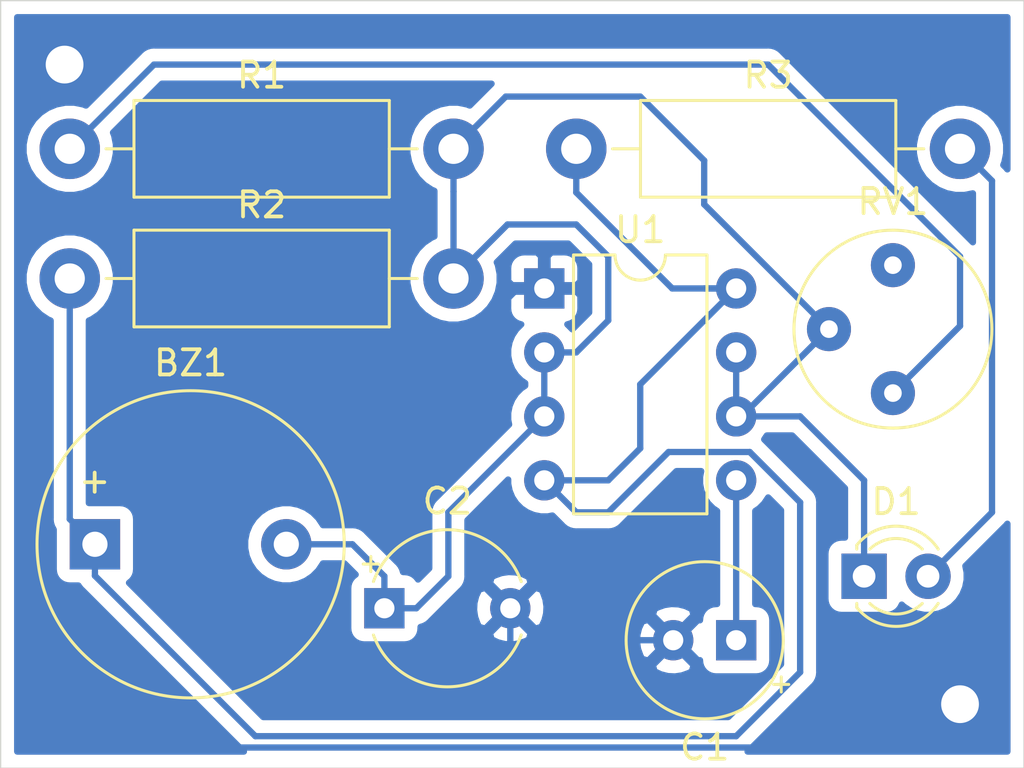
<source format=kicad_pcb>
(kicad_pcb (version 20171130) (host pcbnew 5.1.5+dfsg1-2build2)

  (general
    (thickness 1.6)
    (drawings 4)
    (tracks 73)
    (zones 0)
    (modules 9)
    (nets 8)
  )

  (page A4)
  (layers
    (0 F.Cu signal)
    (31 B.Cu signal)
    (32 B.Adhes user)
    (33 F.Adhes user)
    (34 B.Paste user)
    (35 F.Paste user)
    (36 B.SilkS user)
    (37 F.SilkS user)
    (38 B.Mask user)
    (39 F.Mask user)
    (40 Dwgs.User user)
    (41 Cmts.User user)
    (42 Eco1.User user)
    (43 Eco2.User user)
    (44 Edge.Cuts user)
    (45 Margin user)
    (46 B.CrtYd user)
    (47 F.CrtYd user)
    (48 B.Fab user)
    (49 F.Fab user)
  )

  (setup
    (last_trace_width 0.25)
    (trace_clearance 0.2)
    (zone_clearance 0.508)
    (zone_45_only no)
    (trace_min 0.2)
    (via_size 0.8)
    (via_drill 0.4)
    (via_min_size 0.4)
    (via_min_drill 0.3)
    (uvia_size 0.3)
    (uvia_drill 0.1)
    (uvias_allowed no)
    (uvia_min_size 0.2)
    (uvia_min_drill 0.1)
    (edge_width 0.05)
    (segment_width 0.2)
    (pcb_text_width 0.3)
    (pcb_text_size 1.5 1.5)
    (mod_edge_width 0.12)
    (mod_text_size 1 1)
    (mod_text_width 0.15)
    (pad_size 1.524 1.524)
    (pad_drill 0.762)
    (pad_to_mask_clearance 0.051)
    (solder_mask_min_width 0.25)
    (aux_axis_origin 0 0)
    (visible_elements FFFFFF7F)
    (pcbplotparams
      (layerselection 0x010fc_ffffffff)
      (usegerberextensions true)
      (usegerberattributes false)
      (usegerberadvancedattributes false)
      (creategerberjobfile false)
      (excludeedgelayer true)
      (linewidth 0.150000)
      (plotframeref false)
      (viasonmask false)
      (mode 1)
      (useauxorigin false)
      (hpglpennumber 1)
      (hpglpenspeed 20)
      (hpglpendiameter 15.000000)
      (psnegative false)
      (psa4output false)
      (plotreference true)
      (plotvalue true)
      (plotinvisibletext false)
      (padsonsilk false)
      (subtractmaskfromsilk false)
      (outputformat 1)
      (mirror false)
      (drillshape 0)
      (scaleselection 1)
      (outputdirectory "/home/yuva/Documents/PCB_design/Tank_full_indicator/Gerberfile/"))
  )

  (net 0 "")
  (net 1 +4V)
  (net 2 "Net-(BZ1-Pad2)")
  (net 3 "Net-(C1-Pad1)")
  (net 4 GND)
  (net 5 "Net-(D1-Pad2)")
  (net 6 "Net-(R1-Pad1)")
  (net 7 "Net-(RV1-Pad3)")

  (net_class Default "This is the default net class."
    (clearance 0.2)
    (trace_width 0.25)
    (via_dia 0.8)
    (via_drill 0.4)
    (uvia_dia 0.3)
    (uvia_drill 0.1)
    (add_net +4V)
    (add_net GND)
    (add_net "Net-(BZ1-Pad2)")
    (add_net "Net-(C1-Pad1)")
    (add_net "Net-(D1-Pad2)")
    (add_net "Net-(R1-Pad1)")
    (add_net "Net-(RV1-Pad3)")
  )

  (module LED_THT:LED_D3.0mm (layer F.Cu) (tedit 587A3A7B) (tstamp 60F809B4)
    (at 162.56 101.6)
    (descr "LED, diameter 3.0mm, 2 pins")
    (tags "LED diameter 3.0mm 2 pins")
    (path /60F33382)
    (fp_text reference D1 (at 1.27 -2.96) (layer F.SilkS)
      (effects (font (size 1 1) (thickness 0.15)))
    )
    (fp_text value LED (at 1.27 2.96) (layer F.Fab)
      (effects (font (size 1 1) (thickness 0.15)))
    )
    (fp_arc (start 1.27 0) (end -0.23 -1.16619) (angle 284.3) (layer F.Fab) (width 0.1))
    (fp_arc (start 1.27 0) (end -0.29 -1.235516) (angle 108.8) (layer F.SilkS) (width 0.12))
    (fp_arc (start 1.27 0) (end -0.29 1.235516) (angle -108.8) (layer F.SilkS) (width 0.12))
    (fp_arc (start 1.27 0) (end 0.229039 -1.08) (angle 87.9) (layer F.SilkS) (width 0.12))
    (fp_arc (start 1.27 0) (end 0.229039 1.08) (angle -87.9) (layer F.SilkS) (width 0.12))
    (fp_circle (center 1.27 0) (end 2.77 0) (layer F.Fab) (width 0.1))
    (fp_line (start -0.23 -1.16619) (end -0.23 1.16619) (layer F.Fab) (width 0.1))
    (fp_line (start -0.29 -1.236) (end -0.29 -1.08) (layer F.SilkS) (width 0.12))
    (fp_line (start -0.29 1.08) (end -0.29 1.236) (layer F.SilkS) (width 0.12))
    (fp_line (start -1.15 -2.25) (end -1.15 2.25) (layer F.CrtYd) (width 0.05))
    (fp_line (start -1.15 2.25) (end 3.7 2.25) (layer F.CrtYd) (width 0.05))
    (fp_line (start 3.7 2.25) (end 3.7 -2.25) (layer F.CrtYd) (width 0.05))
    (fp_line (start 3.7 -2.25) (end -1.15 -2.25) (layer F.CrtYd) (width 0.05))
    (pad 1 thru_hole rect (at 0 0) (size 1.8 1.8) (drill 0.9) (layers *.Cu *.Mask)
      (net 2 "Net-(BZ1-Pad2)"))
    (pad 2 thru_hole circle (at 2.54 0) (size 1.8 1.8) (drill 0.9) (layers *.Cu *.Mask)
      (net 5 "Net-(D1-Pad2)"))
    (model ${KISYS3DMOD}/LED_THT.3dshapes/LED_D3.0mm.wrl
      (at (xyz 0 0 0))
      (scale (xyz 1 1 1))
      (rotate (xyz 0 0 0))
    )
  )

  (module Package_DIP:DIP-8_W7.62mm (layer F.Cu) (tedit 5A02E8C5) (tstamp 60F80A26)
    (at 149.86 90.17)
    (descr "8-lead though-hole mounted DIP package, row spacing 7.62 mm (300 mils)")
    (tags "THT DIP DIL PDIP 2.54mm 7.62mm 300mil")
    (path /60F2F2C0)
    (fp_text reference U1 (at 3.81 -2.33) (layer F.SilkS)
      (effects (font (size 1 1) (thickness 0.15)))
    )
    (fp_text value NE555 (at 3.81 9.95) (layer F.Fab)
      (effects (font (size 1 1) (thickness 0.15)))
    )
    (fp_arc (start 3.81 -1.33) (end 2.81 -1.33) (angle -180) (layer F.SilkS) (width 0.12))
    (fp_line (start 1.635 -1.27) (end 6.985 -1.27) (layer F.Fab) (width 0.1))
    (fp_line (start 6.985 -1.27) (end 6.985 8.89) (layer F.Fab) (width 0.1))
    (fp_line (start 6.985 8.89) (end 0.635 8.89) (layer F.Fab) (width 0.1))
    (fp_line (start 0.635 8.89) (end 0.635 -0.27) (layer F.Fab) (width 0.1))
    (fp_line (start 0.635 -0.27) (end 1.635 -1.27) (layer F.Fab) (width 0.1))
    (fp_line (start 2.81 -1.33) (end 1.16 -1.33) (layer F.SilkS) (width 0.12))
    (fp_line (start 1.16 -1.33) (end 1.16 8.95) (layer F.SilkS) (width 0.12))
    (fp_line (start 1.16 8.95) (end 6.46 8.95) (layer F.SilkS) (width 0.12))
    (fp_line (start 6.46 8.95) (end 6.46 -1.33) (layer F.SilkS) (width 0.12))
    (fp_line (start 6.46 -1.33) (end 4.81 -1.33) (layer F.SilkS) (width 0.12))
    (fp_line (start -1.1 -1.55) (end -1.1 9.15) (layer F.CrtYd) (width 0.05))
    (fp_line (start -1.1 9.15) (end 8.7 9.15) (layer F.CrtYd) (width 0.05))
    (fp_line (start 8.7 9.15) (end 8.7 -1.55) (layer F.CrtYd) (width 0.05))
    (fp_line (start 8.7 -1.55) (end -1.1 -1.55) (layer F.CrtYd) (width 0.05))
    (fp_text user %R (at 1.27 3.81) (layer F.Fab)
      (effects (font (size 1 1) (thickness 0.15)))
    )
    (pad 1 thru_hole rect (at 0 0) (size 1.6 1.6) (drill 0.8) (layers *.Cu *.Mask)
      (net 4 GND))
    (pad 5 thru_hole oval (at 7.62 7.62) (size 1.6 1.6) (drill 0.8) (layers *.Cu *.Mask)
      (net 3 "Net-(C1-Pad1)"))
    (pad 2 thru_hole oval (at 0 2.54) (size 1.6 1.6) (drill 0.8) (layers *.Cu *.Mask)
      (net 2 "Net-(BZ1-Pad2)"))
    (pad 6 thru_hole oval (at 7.62 5.08) (size 1.6 1.6) (drill 0.8) (layers *.Cu *.Mask)
      (net 2 "Net-(BZ1-Pad2)"))
    (pad 3 thru_hole oval (at 0 5.08) (size 1.6 1.6) (drill 0.8) (layers *.Cu *.Mask)
      (net 2 "Net-(BZ1-Pad2)"))
    (pad 7 thru_hole oval (at 7.62 2.54) (size 1.6 1.6) (drill 0.8) (layers *.Cu *.Mask)
      (net 2 "Net-(BZ1-Pad2)"))
    (pad 4 thru_hole oval (at 0 7.62) (size 1.6 1.6) (drill 0.8) (layers *.Cu *.Mask)
      (net 1 +4V))
    (pad 8 thru_hole oval (at 7.62 0) (size 1.6 1.6) (drill 0.8) (layers *.Cu *.Mask)
      (net 1 +4V))
    (model ${KISYS3DMOD}/Package_DIP.3dshapes/DIP-8_W7.62mm.wrl
      (at (xyz 0 0 0))
      (scale (xyz 1 1 1))
      (rotate (xyz 0 0 0))
    )
  )

  (module Buzzer_Beeper:Buzzer_12x9.5RM7.6 (layer F.Cu) (tedit 5A030281) (tstamp 60F80984)
    (at 132.015001 100.33)
    (descr "Generic Buzzer, D12mm height 9.5mm with RM7.6mm")
    (tags buzzer)
    (path /60F33D9C)
    (fp_text reference BZ1 (at 3.8 -7.2) (layer F.SilkS)
      (effects (font (size 1 1) (thickness 0.15)))
    )
    (fp_text value Buzzer (at 3.8 7.4) (layer F.Fab)
      (effects (font (size 1 1) (thickness 0.15)))
    )
    (fp_text user + (at -0.01 -2.54) (layer F.Fab)
      (effects (font (size 1 1) (thickness 0.15)))
    )
    (fp_text user + (at -0.01 -2.54) (layer F.SilkS)
      (effects (font (size 1 1) (thickness 0.15)))
    )
    (fp_text user %R (at 3.8 -4) (layer F.Fab)
      (effects (font (size 1 1) (thickness 0.15)))
    )
    (fp_circle (center 3.8 0) (end 10.05 0) (layer F.CrtYd) (width 0.05))
    (fp_circle (center 3.8 0) (end 9.8 0) (layer F.Fab) (width 0.1))
    (fp_circle (center 3.8 0) (end 4.8 0) (layer F.Fab) (width 0.1))
    (fp_circle (center 3.8 0) (end 9.9 0) (layer F.SilkS) (width 0.12))
    (pad 1 thru_hole rect (at 0 0) (size 2 2) (drill 1) (layers *.Cu *.Mask)
      (net 1 +4V))
    (pad 2 thru_hole circle (at 7.6 0) (size 2 2) (drill 1) (layers *.Cu *.Mask)
      (net 2 "Net-(BZ1-Pad2)"))
    (model ${KISYS3DMOD}/Buzzer_Beeper.3dshapes/Buzzer_12x9.5RM7.6.wrl
      (at (xyz 0 0 0))
      (scale (xyz 1 1 1))
      (rotate (xyz 0 0 0))
    )
  )

  (module Capacitor_THT:CP_Radial_Tantal_D6.0mm_P2.50mm (layer F.Cu) (tedit 5AE50EF0) (tstamp 60F80992)
    (at 157.48 104.14 180)
    (descr "CP, Radial_Tantal series, Radial, pin pitch=2.50mm, , diameter=6.0mm, Tantal Electrolytic Capacitor, http://cdn-reichelt.de/documents/datenblatt/B300/TANTAL-TB-Serie%23.pdf")
    (tags "CP Radial_Tantal series Radial pin pitch 2.50mm  diameter 6.0mm Tantal Electrolytic Capacitor")
    (path /60F2FD02)
    (fp_text reference C1 (at 1.25 -4.25) (layer F.SilkS)
      (effects (font (size 1 1) (thickness 0.15)))
    )
    (fp_text value 0.01uf (at -1.27 2.54) (layer F.Fab)
      (effects (font (size 1 1) (thickness 0.15)))
    )
    (fp_circle (center 1.25 0) (end 4.25 0) (layer F.Fab) (width 0.1))
    (fp_circle (center 1.25 0) (end 4.37 0) (layer F.SilkS) (width 0.12))
    (fp_circle (center 1.25 0) (end 4.5 0) (layer F.CrtYd) (width 0.05))
    (fp_line (start -1.314656 -1.3075) (end -0.714656 -1.3075) (layer F.Fab) (width 0.1))
    (fp_line (start -1.014656 -1.6075) (end -1.014656 -1.0075) (layer F.Fab) (width 0.1))
    (fp_line (start -2.089749 -1.755) (end -1.489749 -1.755) (layer F.SilkS) (width 0.12))
    (fp_line (start -1.789749 -2.055) (end -1.789749 -1.455) (layer F.SilkS) (width 0.12))
    (fp_text user %R (at 1.25 0) (layer F.Fab)
      (effects (font (size 1 1) (thickness 0.15)))
    )
    (pad 1 thru_hole rect (at 0 0 180) (size 1.6 1.6) (drill 0.8) (layers *.Cu *.Mask)
      (net 3 "Net-(C1-Pad1)"))
    (pad 2 thru_hole circle (at 2.5 0 180) (size 1.6 1.6) (drill 0.8) (layers *.Cu *.Mask)
      (net 4 GND))
    (model ${KISYS3DMOD}/Capacitor_THT.3dshapes/CP_Radial_Tantal_D6.0mm_P2.50mm.wrl
      (at (xyz 0 0 0))
      (scale (xyz 1 1 1))
      (rotate (xyz 0 0 0))
    )
  )

  (module Capacitor_THT:CP_Radial_Tantal_D6.0mm_P5.00mm (layer F.Cu) (tedit 5AE50EF0) (tstamp 60F809A1)
    (at 143.51 102.87)
    (descr "CP, Radial_Tantal series, Radial, pin pitch=5.00mm, , diameter=6.0mm, Tantal Electrolytic Capacitor, http://cdn-reichelt.de/documents/datenblatt/B300/TANTAL-TB-Serie%23.pdf")
    (tags "CP Radial_Tantal series Radial pin pitch 5.00mm  diameter 6.0mm Tantal Electrolytic Capacitor")
    (path /60F304BE)
    (fp_text reference C2 (at 2.5 -4.25) (layer F.SilkS)
      (effects (font (size 1 1) (thickness 0.15)))
    )
    (fp_text value 10uf (at 2.5 4.25) (layer F.Fab)
      (effects (font (size 1 1) (thickness 0.15)))
    )
    (fp_arc (start 2.5 0) (end -0.434416 -1.06) (angle 140.277494) (layer F.SilkS) (width 0.12))
    (fp_arc (start 2.5 0) (end -0.434416 1.06) (angle -140.277494) (layer F.SilkS) (width 0.12))
    (fp_circle (center 2.5 0) (end 5.5 0) (layer F.Fab) (width 0.1))
    (fp_circle (center 2.5 0) (end 6.22 0) (layer F.CrtYd) (width 0.05))
    (fp_line (start -0.064656 -1.3075) (end 0.535344 -1.3075) (layer F.Fab) (width 0.1))
    (fp_line (start 0.235344 -1.6075) (end 0.235344 -1.0075) (layer F.Fab) (width 0.1))
    (fp_line (start -0.839749 -1.755) (end -0.239749 -1.755) (layer F.SilkS) (width 0.12))
    (fp_line (start -0.539749 -2.055) (end -0.539749 -1.455) (layer F.SilkS) (width 0.12))
    (fp_text user %R (at 2.5 0) (layer F.Fab)
      (effects (font (size 1 1) (thickness 0.15)))
    )
    (pad 1 thru_hole rect (at 0 0) (size 1.6 1.6) (drill 0.8) (layers *.Cu *.Mask)
      (net 2 "Net-(BZ1-Pad2)"))
    (pad 2 thru_hole circle (at 5 0) (size 1.6 1.6) (drill 0.8) (layers *.Cu *.Mask)
      (net 4 GND))
    (model ${KISYS3DMOD}/Capacitor_THT.3dshapes/CP_Radial_Tantal_D6.0mm_P5.00mm.wrl
      (at (xyz 0 0 0))
      (scale (xyz 1 1 1))
      (rotate (xyz 0 0 0))
    )
  )

  (module Resistor_THT:R_Axial_DIN0411_L9.9mm_D3.6mm_P15.24mm_Horizontal (layer F.Cu) (tedit 5AE5139B) (tstamp 60F809CB)
    (at 131.015001 84.625001)
    (descr "Resistor, Axial_DIN0411 series, Axial, Horizontal, pin pitch=15.24mm, 1W, length*diameter=9.9*3.6mm^2")
    (tags "Resistor Axial_DIN0411 series Axial Horizontal pin pitch 15.24mm 1W length 9.9mm diameter 3.6mm")
    (path /60F5363D)
    (fp_text reference R1 (at 7.62 -2.92) (layer F.SilkS)
      (effects (font (size 1 1) (thickness 0.15)))
    )
    (fp_text value 1k (at 7.62 2.92) (layer F.Fab)
      (effects (font (size 1 1) (thickness 0.15)))
    )
    (fp_line (start 2.67 -1.8) (end 2.67 1.8) (layer F.Fab) (width 0.1))
    (fp_line (start 2.67 1.8) (end 12.57 1.8) (layer F.Fab) (width 0.1))
    (fp_line (start 12.57 1.8) (end 12.57 -1.8) (layer F.Fab) (width 0.1))
    (fp_line (start 12.57 -1.8) (end 2.67 -1.8) (layer F.Fab) (width 0.1))
    (fp_line (start 0 0) (end 2.67 0) (layer F.Fab) (width 0.1))
    (fp_line (start 15.24 0) (end 12.57 0) (layer F.Fab) (width 0.1))
    (fp_line (start 2.55 -1.92) (end 2.55 1.92) (layer F.SilkS) (width 0.12))
    (fp_line (start 2.55 1.92) (end 12.69 1.92) (layer F.SilkS) (width 0.12))
    (fp_line (start 12.69 1.92) (end 12.69 -1.92) (layer F.SilkS) (width 0.12))
    (fp_line (start 12.69 -1.92) (end 2.55 -1.92) (layer F.SilkS) (width 0.12))
    (fp_line (start 1.44 0) (end 2.55 0) (layer F.SilkS) (width 0.12))
    (fp_line (start 13.8 0) (end 12.69 0) (layer F.SilkS) (width 0.12))
    (fp_line (start -1.45 -2.05) (end -1.45 2.05) (layer F.CrtYd) (width 0.05))
    (fp_line (start -1.45 2.05) (end 16.69 2.05) (layer F.CrtYd) (width 0.05))
    (fp_line (start 16.69 2.05) (end 16.69 -2.05) (layer F.CrtYd) (width 0.05))
    (fp_line (start 16.69 -2.05) (end -1.45 -2.05) (layer F.CrtYd) (width 0.05))
    (fp_text user %R (at 7.62 0) (layer F.Fab)
      (effects (font (size 1 1) (thickness 0.15)))
    )
    (pad 1 thru_hole circle (at 0 0) (size 2.4 2.4) (drill 1.2) (layers *.Cu *.Mask)
      (net 6 "Net-(R1-Pad1)"))
    (pad 2 thru_hole oval (at 15.24 0) (size 2.4 2.4) (drill 1.2) (layers *.Cu *.Mask)
      (net 2 "Net-(BZ1-Pad2)"))
    (model ${KISYS3DMOD}/Resistor_THT.3dshapes/R_Axial_DIN0411_L9.9mm_D3.6mm_P15.24mm_Horizontal.wrl
      (at (xyz 0 0 0))
      (scale (xyz 1 1 1))
      (rotate (xyz 0 0 0))
    )
  )

  (module Resistor_THT:R_Axial_DIN0411_L9.9mm_D3.6mm_P15.24mm_Horizontal (layer F.Cu) (tedit 5AE5139B) (tstamp 60F809E2)
    (at 131.015001 89.775001)
    (descr "Resistor, Axial_DIN0411 series, Axial, Horizontal, pin pitch=15.24mm, 1W, length*diameter=9.9*3.6mm^2")
    (tags "Resistor Axial_DIN0411 series Axial Horizontal pin pitch 15.24mm 1W length 9.9mm diameter 3.6mm")
    (path /60F31A01)
    (fp_text reference R2 (at 7.62 -2.92) (layer F.SilkS)
      (effects (font (size 1 1) (thickness 0.15)))
    )
    (fp_text value 10k (at 7.62 2.92) (layer F.Fab)
      (effects (font (size 1 1) (thickness 0.15)))
    )
    (fp_text user %R (at 7.62 0) (layer F.Fab)
      (effects (font (size 1 1) (thickness 0.15)))
    )
    (fp_line (start 16.69 -2.05) (end -1.45 -2.05) (layer F.CrtYd) (width 0.05))
    (fp_line (start 16.69 2.05) (end 16.69 -2.05) (layer F.CrtYd) (width 0.05))
    (fp_line (start -1.45 2.05) (end 16.69 2.05) (layer F.CrtYd) (width 0.05))
    (fp_line (start -1.45 -2.05) (end -1.45 2.05) (layer F.CrtYd) (width 0.05))
    (fp_line (start 13.8 0) (end 12.69 0) (layer F.SilkS) (width 0.12))
    (fp_line (start 1.44 0) (end 2.55 0) (layer F.SilkS) (width 0.12))
    (fp_line (start 12.69 -1.92) (end 2.55 -1.92) (layer F.SilkS) (width 0.12))
    (fp_line (start 12.69 1.92) (end 12.69 -1.92) (layer F.SilkS) (width 0.12))
    (fp_line (start 2.55 1.92) (end 12.69 1.92) (layer F.SilkS) (width 0.12))
    (fp_line (start 2.55 -1.92) (end 2.55 1.92) (layer F.SilkS) (width 0.12))
    (fp_line (start 15.24 0) (end 12.57 0) (layer F.Fab) (width 0.1))
    (fp_line (start 0 0) (end 2.67 0) (layer F.Fab) (width 0.1))
    (fp_line (start 12.57 -1.8) (end 2.67 -1.8) (layer F.Fab) (width 0.1))
    (fp_line (start 12.57 1.8) (end 12.57 -1.8) (layer F.Fab) (width 0.1))
    (fp_line (start 2.67 1.8) (end 12.57 1.8) (layer F.Fab) (width 0.1))
    (fp_line (start 2.67 -1.8) (end 2.67 1.8) (layer F.Fab) (width 0.1))
    (pad 2 thru_hole oval (at 15.24 0) (size 2.4 2.4) (drill 1.2) (layers *.Cu *.Mask)
      (net 2 "Net-(BZ1-Pad2)"))
    (pad 1 thru_hole circle (at 0 0) (size 2.4 2.4) (drill 1.2) (layers *.Cu *.Mask)
      (net 1 +4V))
    (model ${KISYS3DMOD}/Resistor_THT.3dshapes/R_Axial_DIN0411_L9.9mm_D3.6mm_P15.24mm_Horizontal.wrl
      (at (xyz 0 0 0))
      (scale (xyz 1 1 1))
      (rotate (xyz 0 0 0))
    )
  )

  (module Resistor_THT:R_Axial_DIN0411_L9.9mm_D3.6mm_P15.24mm_Horizontal (layer F.Cu) (tedit 5AE5139B) (tstamp 60F809F9)
    (at 151.13 84.625001)
    (descr "Resistor, Axial_DIN0411 series, Axial, Horizontal, pin pitch=15.24mm, 1W, length*diameter=9.9*3.6mm^2")
    (tags "Resistor Axial_DIN0411 series Axial Horizontal pin pitch 15.24mm 1W length 9.9mm diameter 3.6mm")
    (path /60F31E36)
    (fp_text reference R3 (at 7.62 -2.92) (layer F.SilkS)
      (effects (font (size 1 1) (thickness 0.15)))
    )
    (fp_text value 470 (at 7.62 2.92) (layer F.Fab)
      (effects (font (size 1 1) (thickness 0.15)))
    )
    (fp_line (start 2.67 -1.8) (end 2.67 1.8) (layer F.Fab) (width 0.1))
    (fp_line (start 2.67 1.8) (end 12.57 1.8) (layer F.Fab) (width 0.1))
    (fp_line (start 12.57 1.8) (end 12.57 -1.8) (layer F.Fab) (width 0.1))
    (fp_line (start 12.57 -1.8) (end 2.67 -1.8) (layer F.Fab) (width 0.1))
    (fp_line (start 0 0) (end 2.67 0) (layer F.Fab) (width 0.1))
    (fp_line (start 15.24 0) (end 12.57 0) (layer F.Fab) (width 0.1))
    (fp_line (start 2.55 -1.92) (end 2.55 1.92) (layer F.SilkS) (width 0.12))
    (fp_line (start 2.55 1.92) (end 12.69 1.92) (layer F.SilkS) (width 0.12))
    (fp_line (start 12.69 1.92) (end 12.69 -1.92) (layer F.SilkS) (width 0.12))
    (fp_line (start 12.69 -1.92) (end 2.55 -1.92) (layer F.SilkS) (width 0.12))
    (fp_line (start 1.44 0) (end 2.55 0) (layer F.SilkS) (width 0.12))
    (fp_line (start 13.8 0) (end 12.69 0) (layer F.SilkS) (width 0.12))
    (fp_line (start -1.45 -2.05) (end -1.45 2.05) (layer F.CrtYd) (width 0.05))
    (fp_line (start -1.45 2.05) (end 16.69 2.05) (layer F.CrtYd) (width 0.05))
    (fp_line (start 16.69 2.05) (end 16.69 -2.05) (layer F.CrtYd) (width 0.05))
    (fp_line (start 16.69 -2.05) (end -1.45 -2.05) (layer F.CrtYd) (width 0.05))
    (fp_text user %R (at 7.62 0) (layer F.Fab)
      (effects (font (size 1 1) (thickness 0.15)))
    )
    (pad 1 thru_hole circle (at 0 0) (size 2.4 2.4) (drill 1.2) (layers *.Cu *.Mask)
      (net 1 +4V))
    (pad 2 thru_hole oval (at 15.24 0) (size 2.4 2.4) (drill 1.2) (layers *.Cu *.Mask)
      (net 5 "Net-(D1-Pad2)"))
    (model ${KISYS3DMOD}/Resistor_THT.3dshapes/R_Axial_DIN0411_L9.9mm_D3.6mm_P15.24mm_Horizontal.wrl
      (at (xyz 0 0 0))
      (scale (xyz 1 1 1))
      (rotate (xyz 0 0 0))
    )
  )

  (module Potentiometer_THT:Potentiometer_Bourns_3339P_Vertical_HandSoldering (layer F.Cu) (tedit 5BCDF3D1) (tstamp 60F80A0A)
    (at 163.705001 94.325001)
    (descr "Potentiometer, vertical, Bourns 3339P, hand-soldering, http://www.bourns.com/docs/Product-Datasheets/3339.pdf")
    (tags "Potentiometer vertical Bourns 3339P hand-soldering")
    (path /60F30E3B)
    (fp_text reference RV1 (at 0 -7.6) (layer F.SilkS)
      (effects (font (size 1 1) (thickness 0.15)))
    )
    (fp_text value 10k (at 0 2.52) (layer F.Fab)
      (effects (font (size 1 1) (thickness 0.15)))
    )
    (fp_circle (center 0 -2.54) (end 3.81 -2.54) (layer F.Fab) (width 0.1))
    (fp_circle (center 0 -2.54) (end 2.5 -2.54) (layer F.Fab) (width 0.1))
    (fp_circle (center 0 -2.54) (end 3.93 -2.54) (layer F.SilkS) (width 0.12))
    (fp_line (start 0 -0.064) (end 0.001 -5.014) (layer F.Fab) (width 0.1))
    (fp_line (start 0 -0.064) (end 0.001 -5.014) (layer F.Fab) (width 0.1))
    (fp_line (start -4.1 -6.6) (end -4.1 1.55) (layer F.CrtYd) (width 0.05))
    (fp_line (start -4.1 1.55) (end 4.1 1.55) (layer F.CrtYd) (width 0.05))
    (fp_line (start 4.1 1.55) (end 4.1 -6.6) (layer F.CrtYd) (width 0.05))
    (fp_line (start 4.1 -6.6) (end -4.1 -6.6) (layer F.CrtYd) (width 0.05))
    (fp_text user %R (at -3.018 -2.54 90) (layer F.Fab)
      (effects (font (size 0.66 0.66) (thickness 0.15)))
    )
    (pad 3 thru_hole circle (at 0 -5.08) (size 1.75 1.75) (drill 0.7) (layers *.Cu *.Mask)
      (net 7 "Net-(RV1-Pad3)"))
    (pad 2 thru_hole circle (at -2.54 -2.54) (size 1.75 1.75) (drill 0.7) (layers *.Cu *.Mask)
      (net 2 "Net-(BZ1-Pad2)"))
    (pad 1 thru_hole circle (at 0 0) (size 1.75 1.75) (drill 0.7) (layers *.Cu *.Mask)
      (net 6 "Net-(R1-Pad1)"))
    (model ${KISYS3DMOD}/Potentiometer_THT.3dshapes/Potentiometer_Bourns_3339P_Vertical.wrl
      (at (xyz 0 0 0))
      (scale (xyz 1 1 1))
      (rotate (xyz 0 0 0))
    )
  )

  (gr_line (start 168.91 78.74) (end 128.27 78.74) (layer Edge.Cuts) (width 0.05) (tstamp 60F80F71))
  (gr_line (start 168.91 109.22) (end 168.91 78.74) (layer Edge.Cuts) (width 0.05))
  (gr_line (start 128.27 109.22) (end 168.91 109.22) (layer Edge.Cuts) (width 0.05))
  (gr_line (start 128.27 78.74) (end 128.27 109.22) (layer Edge.Cuts) (width 0.05))

  (segment (start 151.13 84.625001) (end 151.13 86.36) (width 0.25) (layer B.Cu) (net 1))
  (segment (start 154.94 90.17) (end 157.48 90.17) (width 0.25) (layer B.Cu) (net 1))
  (segment (start 151.13 86.36) (end 154.94 90.17) (width 0.25) (layer B.Cu) (net 1))
  (segment (start 157.48 90.17) (end 156.21 90.17) (width 0.25) (layer B.Cu) (net 1))
  (segment (start 131.015001 99.33) (end 132.015001 100.33) (width 0.25) (layer B.Cu) (net 1))
  (segment (start 131.015001 89.775001) (end 131.015001 99.33) (width 0.25) (layer B.Cu) (net 1))
  (segment (start 157.48 90.17) (end 153.67 93.98) (width 0.25) (layer B.Cu) (net 1))
  (segment (start 153.67 93.98) (end 153.67 96.52) (width 0.25) (layer B.Cu) (net 1))
  (segment (start 152.4 97.79) (end 149.86 97.79) (width 0.25) (layer B.Cu) (net 1))
  (segment (start 153.67 96.52) (end 152.4 97.79) (width 0.25) (layer B.Cu) (net 1))
  (segment (start 158.020001 96.664999) (end 154.795001 96.664999) (width 0.25) (layer B.Cu) (net 1))
  (segment (start 160.02 98.664998) (end 158.020001 96.664999) (width 0.25) (layer B.Cu) (net 1))
  (segment (start 160.02 105.41) (end 160.02 98.664998) (width 0.25) (layer B.Cu) (net 1))
  (segment (start 152.4 99.06) (end 151.13 99.06) (width 0.25) (layer B.Cu) (net 1))
  (segment (start 157.48 107.95) (end 160.02 105.41) (width 0.25) (layer B.Cu) (net 1))
  (segment (start 151.13 99.06) (end 149.86 97.79) (width 0.25) (layer B.Cu) (net 1))
  (segment (start 154.795001 96.664999) (end 152.4 99.06) (width 0.25) (layer B.Cu) (net 1))
  (segment (start 138.385001 107.95) (end 157.48 107.95) (width 0.25) (layer B.Cu) (net 1))
  (segment (start 132.015001 101.58) (end 138.385001 107.95) (width 0.25) (layer B.Cu) (net 1))
  (segment (start 132.015001 100.33) (end 132.015001 101.58) (width 0.25) (layer B.Cu) (net 1))
  (segment (start 139.615001 100.33) (end 142.24 100.33) (width 0.25) (layer B.Cu) (net 2))
  (segment (start 143.51 101.6) (end 143.51 102.87) (width 0.25) (layer B.Cu) (net 2))
  (segment (start 142.24 100.33) (end 143.51 101.6) (width 0.25) (layer B.Cu) (net 2))
  (segment (start 157.48 95.25) (end 160.02 95.25) (width 0.25) (layer B.Cu) (net 2))
  (segment (start 162.56 97.79) (end 162.56 101.6) (width 0.25) (layer B.Cu) (net 2))
  (segment (start 160.02 95.25) (end 162.56 97.79) (width 0.25) (layer B.Cu) (net 2))
  (segment (start 149.86 92.71) (end 149.86 95.25) (width 0.25) (layer B.Cu) (net 2))
  (segment (start 146.255001 86.322057) (end 146.255001 89.775001) (width 0.25) (layer B.Cu) (net 2))
  (segment (start 146.255001 84.625001) (end 146.255001 86.322057) (width 0.25) (layer B.Cu) (net 2))
  (segment (start 157.48 92.71) (end 157.48 95.25) (width 0.25) (layer B.Cu) (net 2))
  (segment (start 161.165001 91.785001) (end 156.21 86.83) (width 0.25) (layer B.Cu) (net 2))
  (segment (start 156.21 86.83) (end 156.21 85.09) (width 0.25) (layer B.Cu) (net 2))
  (segment (start 156.21 85.09) (end 153.67 82.55) (width 0.25) (layer B.Cu) (net 2))
  (segment (start 148.330002 82.55) (end 146.255001 84.625001) (width 0.25) (layer B.Cu) (net 2))
  (segment (start 153.67 82.55) (end 148.330002 82.55) (width 0.25) (layer B.Cu) (net 2))
  (segment (start 149.86 92.71) (end 151.13 92.71) (width 0.25) (layer B.Cu) (net 2))
  (segment (start 151.13 92.71) (end 152.4 91.44) (width 0.25) (layer B.Cu) (net 2))
  (segment (start 152.4 91.44) (end 152.4 88.9) (width 0.25) (layer B.Cu) (net 2))
  (segment (start 152.4 88.9) (end 151.13 87.63) (width 0.25) (layer B.Cu) (net 2))
  (segment (start 148.400002 87.63) (end 146.255001 89.775001) (width 0.25) (layer B.Cu) (net 2))
  (segment (start 151.13 87.63) (end 148.400002 87.63) (width 0.25) (layer B.Cu) (net 2))
  (segment (start 149.86 95.25) (end 146.05 99.06) (width 0.25) (layer B.Cu) (net 2))
  (segment (start 146.05 99.06) (end 146.05 101.6) (width 0.25) (layer B.Cu) (net 2))
  (segment (start 144.78 102.87) (end 143.51 102.87) (width 0.25) (layer B.Cu) (net 2))
  (segment (start 146.05 101.6) (end 144.78 102.87) (width 0.25) (layer B.Cu) (net 2))
  (segment (start 157.700002 95.25) (end 157.48 95.25) (width 0.25) (layer B.Cu) (net 2))
  (segment (start 161.165001 91.785001) (end 157.700002 95.25) (width 0.25) (layer B.Cu) (net 2))
  (segment (start 157.48 97.79) (end 157.48 104.14) (width 0.25) (layer B.Cu) (net 3))
  (via (at 130.81 81.28) (size 2) (drill 1.5) (layers F.Cu B.Cu) (net 4))
  (via (at 166.37 106.68) (size 2) (drill 1.5) (layers F.Cu B.Cu) (net 4))
  (segment (start 149.78 104.14) (end 148.51 102.87) (width 0.25) (layer B.Cu) (net 4))
  (segment (start 154.98 104.14) (end 149.78 104.14) (width 0.25) (layer B.Cu) (net 4))
  (segment (start 148.51 104.22) (end 148.51 102.87) (width 0.25) (layer B.Cu) (net 4))
  (segment (start 146.05 106.68) (end 148.51 104.22) (width 0.25) (layer B.Cu) (net 4))
  (segment (start 139.7 106.68) (end 146.05 106.68) (width 0.25) (layer B.Cu) (net 4))
  (segment (start 134.62 101.6) (end 139.7 106.68) (width 0.25) (layer B.Cu) (net 4))
  (segment (start 134.62 99.06) (end 134.62 101.6) (width 0.25) (layer B.Cu) (net 4))
  (segment (start 141.19 97.79) (end 135.89 97.79) (width 0.25) (layer B.Cu) (net 4))
  (segment (start 135.89 97.79) (end 134.62 99.06) (width 0.25) (layer B.Cu) (net 4))
  (segment (start 148.81 90.17) (end 141.19 97.79) (width 0.25) (layer B.Cu) (net 4))
  (segment (start 149.86 90.17) (end 148.81 90.17) (width 0.25) (layer B.Cu) (net 4))
  (segment (start 164.64999 108.40001) (end 137.61001 108.40001) (width 0.25) (layer B.Cu) (net 4))
  (segment (start 166.37 106.68) (end 164.64999 108.40001) (width 0.25) (layer B.Cu) (net 4))
  (segment (start 137.61001 108.40001) (end 137.16 107.95) (width 0.25) (layer B.Cu) (net 4))
  (segment (start 137.16 107.95) (end 135.89 107.95) (width 0.25) (layer B.Cu) (net 4))
  (segment (start 167.64 85.895001) (end 166.37 84.625001) (width 0.25) (layer B.Cu) (net 5))
  (segment (start 167.64 99.06) (end 167.64 85.895001) (width 0.25) (layer B.Cu) (net 5))
  (segment (start 165.1 101.6) (end 167.64 99.06) (width 0.25) (layer B.Cu) (net 5))
  (segment (start 134.360002 81.28) (end 131.015001 84.625001) (width 0.25) (layer B.Cu) (net 6))
  (segment (start 166.37 88.9) (end 158.75 81.28) (width 0.25) (layer B.Cu) (net 6))
  (segment (start 166.37 91.660002) (end 166.37 88.9) (width 0.25) (layer B.Cu) (net 6))
  (segment (start 158.75 81.28) (end 134.360002 81.28) (width 0.25) (layer B.Cu) (net 6))
  (segment (start 163.705001 94.325001) (end 166.37 91.660002) (width 0.25) (layer B.Cu) (net 6))

  (zone (net 4) (net_name GND) (layer B.Cu) (tstamp 60F81271) (hatch edge 0.508)
    (connect_pads (clearance 0.508))
    (min_thickness 0.254)
    (fill yes (arc_segments 32) (thermal_gap 0.508) (thermal_bridge_width 0.508))
    (polygon
      (pts
        (xy 168.91 109.22) (xy 128.27 109.22) (xy 128.27 78.74) (xy 168.91 78.74)
      )
    )
    (filled_polygon
      (pts
        (xy 161.8 98.104803) (xy 161.800001 100.061928) (xy 161.66 100.061928) (xy 161.535518 100.074188) (xy 161.41582 100.110498)
        (xy 161.305506 100.169463) (xy 161.208815 100.248815) (xy 161.129463 100.345506) (xy 161.070498 100.45582) (xy 161.034188 100.575518)
        (xy 161.021928 100.7) (xy 161.021928 102.5) (xy 161.034188 102.624482) (xy 161.070498 102.74418) (xy 161.129463 102.854494)
        (xy 161.208815 102.951185) (xy 161.305506 103.030537) (xy 161.41582 103.089502) (xy 161.535518 103.125812) (xy 161.66 103.138072)
        (xy 163.46 103.138072) (xy 163.584482 103.125812) (xy 163.70418 103.089502) (xy 163.814494 103.030537) (xy 163.911185 102.951185)
        (xy 163.990537 102.854494) (xy 164.049502 102.74418) (xy 164.055056 102.725873) (xy 164.121495 102.792312) (xy 164.372905 102.960299)
        (xy 164.652257 103.076011) (xy 164.948816 103.135) (xy 165.251184 103.135) (xy 165.547743 103.076011) (xy 165.827095 102.960299)
        (xy 166.078505 102.792312) (xy 166.292312 102.578505) (xy 166.460299 102.327095) (xy 166.576011 102.047743) (xy 166.635 101.751184)
        (xy 166.635 101.448816) (xy 166.583731 101.19107) (xy 168.151009 99.623794) (xy 168.180001 99.600001) (xy 168.203795 99.571008)
        (xy 168.203799 99.571004) (xy 168.25 99.514707) (xy 168.25 108.56) (xy 157.934707 108.56) (xy 158.020001 108.490001)
        (xy 158.043804 108.460997) (xy 160.531009 105.973794) (xy 160.560001 105.950001) (xy 160.583795 105.921008) (xy 160.583799 105.921004)
        (xy 160.654973 105.834277) (xy 160.654974 105.834276) (xy 160.725546 105.702247) (xy 160.769003 105.558986) (xy 160.78 105.447333)
        (xy 160.78 105.447324) (xy 160.783676 105.410001) (xy 160.78 105.372678) (xy 160.78 98.702323) (xy 160.783676 98.664998)
        (xy 160.78 98.627673) (xy 160.78 98.627665) (xy 160.769003 98.516012) (xy 160.725546 98.372751) (xy 160.654974 98.240722)
        (xy 160.560001 98.124997) (xy 160.531003 98.101199) (xy 158.5946 96.164796) (xy 158.594637 96.164759) (xy 158.698043 96.01)
        (xy 159.705199 96.01)
      )
    )
    (filled_polygon
      (pts
        (xy 168.250001 85.440295) (xy 168.180001 85.355) (xy 168.151003 85.331202) (xy 168.089251 85.26945) (xy 168.134482 85.160251)
        (xy 168.205 84.805733) (xy 168.205 84.444269) (xy 168.134482 84.089751) (xy 167.996156 83.755802) (xy 167.795338 83.455257)
        (xy 167.539744 83.199663) (xy 167.239199 82.998845) (xy 166.90525 82.860519) (xy 166.550732 82.790001) (xy 166.189268 82.790001)
        (xy 165.83475 82.860519) (xy 165.500801 82.998845) (xy 165.200256 83.199663) (xy 164.944662 83.455257) (xy 164.743844 83.755802)
        (xy 164.605518 84.089751) (xy 164.535 84.444269) (xy 164.535 84.805733) (xy 164.605518 85.160251) (xy 164.743844 85.4942)
        (xy 164.944662 85.794745) (xy 165.200256 86.050339) (xy 165.500801 86.251157) (xy 165.83475 86.389483) (xy 166.189268 86.460001)
        (xy 166.550732 86.460001) (xy 166.880001 86.394505) (xy 166.880001 88.335199) (xy 159.313804 80.769003) (xy 159.290001 80.739999)
        (xy 159.174276 80.645026) (xy 159.042247 80.574454) (xy 158.898986 80.530997) (xy 158.787333 80.52) (xy 158.787322 80.52)
        (xy 158.75 80.516324) (xy 158.712678 80.52) (xy 134.397327 80.52) (xy 134.360002 80.516324) (xy 134.322677 80.52)
        (xy 134.322669 80.52) (xy 134.211016 80.530997) (xy 134.067755 80.574454) (xy 133.935726 80.645026) (xy 133.820001 80.739999)
        (xy 133.796203 80.768997) (xy 131.65945 82.905751) (xy 131.550251 82.860519) (xy 131.195733 82.790001) (xy 130.834269 82.790001)
        (xy 130.479751 82.860519) (xy 130.145802 82.998845) (xy 129.845257 83.199663) (xy 129.589663 83.455257) (xy 129.388845 83.755802)
        (xy 129.250519 84.089751) (xy 129.180001 84.444269) (xy 129.180001 84.805733) (xy 129.250519 85.160251) (xy 129.388845 85.4942)
        (xy 129.589663 85.794745) (xy 129.845257 86.050339) (xy 130.145802 86.251157) (xy 130.479751 86.389483) (xy 130.834269 86.460001)
        (xy 131.195733 86.460001) (xy 131.550251 86.389483) (xy 131.8842 86.251157) (xy 132.184745 86.050339) (xy 132.440339 85.794745)
        (xy 132.641157 85.4942) (xy 132.779483 85.160251) (xy 132.850001 84.805733) (xy 132.850001 84.444269) (xy 132.779483 84.089751)
        (xy 132.734251 83.980552) (xy 134.674804 82.04) (xy 147.7652 82.04) (xy 146.89945 82.905751) (xy 146.790251 82.860519)
        (xy 146.435733 82.790001) (xy 146.074269 82.790001) (xy 145.719751 82.860519) (xy 145.385802 82.998845) (xy 145.085257 83.199663)
        (xy 144.829663 83.455257) (xy 144.628845 83.755802) (xy 144.490519 84.089751) (xy 144.420001 84.444269) (xy 144.420001 84.805733)
        (xy 144.490519 85.160251) (xy 144.628845 85.4942) (xy 144.829663 85.794745) (xy 145.085257 86.050339) (xy 145.385802 86.251157)
        (xy 145.495001 86.296389) (xy 145.495002 88.103613) (xy 145.385802 88.148845) (xy 145.085257 88.349663) (xy 144.829663 88.605257)
        (xy 144.628845 88.905802) (xy 144.490519 89.239751) (xy 144.420001 89.594269) (xy 144.420001 89.955733) (xy 144.490519 90.310251)
        (xy 144.628845 90.6442) (xy 144.829663 90.944745) (xy 145.085257 91.200339) (xy 145.385802 91.401157) (xy 145.719751 91.539483)
        (xy 146.074269 91.610001) (xy 146.435733 91.610001) (xy 146.790251 91.539483) (xy 147.1242 91.401157) (xy 147.424745 91.200339)
        (xy 147.680339 90.944745) (xy 147.881157 90.6442) (xy 148.019483 90.310251) (xy 148.090001 89.955733) (xy 148.090001 89.594269)
        (xy 148.045392 89.37) (xy 148.421928 89.37) (xy 148.425 89.88425) (xy 148.58375 90.043) (xy 149.733 90.043)
        (xy 149.733 88.89375) (xy 149.987 88.89375) (xy 149.987 90.043) (xy 151.13625 90.043) (xy 151.295 89.88425)
        (xy 151.298072 89.37) (xy 151.285812 89.245518) (xy 151.249502 89.12582) (xy 151.190537 89.015506) (xy 151.111185 88.918815)
        (xy 151.014494 88.839463) (xy 150.90418 88.780498) (xy 150.784482 88.744188) (xy 150.66 88.731928) (xy 150.14575 88.735)
        (xy 149.987 88.89375) (xy 149.733 88.89375) (xy 149.57425 88.735) (xy 149.06 88.731928) (xy 148.935518 88.744188)
        (xy 148.81582 88.780498) (xy 148.705506 88.839463) (xy 148.608815 88.918815) (xy 148.529463 89.015506) (xy 148.470498 89.12582)
        (xy 148.434188 89.245518) (xy 148.421928 89.37) (xy 148.045392 89.37) (xy 148.019483 89.239751) (xy 147.974251 89.130552)
        (xy 148.714804 88.39) (xy 150.815199 88.39) (xy 151.640001 89.214803) (xy 151.64 91.125198) (xy 150.972297 91.792901)
        (xy 150.776039 91.596643) (xy 150.784482 91.595812) (xy 150.90418 91.559502) (xy 151.014494 91.500537) (xy 151.111185 91.421185)
        (xy 151.190537 91.324494) (xy 151.249502 91.21418) (xy 151.285812 91.094482) (xy 151.298072 90.97) (xy 151.295 90.45575)
        (xy 151.13625 90.297) (xy 149.987 90.297) (xy 149.987 90.317) (xy 149.733 90.317) (xy 149.733 90.297)
        (xy 148.58375 90.297) (xy 148.425 90.45575) (xy 148.421928 90.97) (xy 148.434188 91.094482) (xy 148.470498 91.21418)
        (xy 148.529463 91.324494) (xy 148.608815 91.421185) (xy 148.705506 91.500537) (xy 148.81582 91.559502) (xy 148.935518 91.595812)
        (xy 148.943961 91.596643) (xy 148.745363 91.795241) (xy 148.58832 92.030273) (xy 148.480147 92.291426) (xy 148.425 92.568665)
        (xy 148.425 92.851335) (xy 148.480147 93.128574) (xy 148.58832 93.389727) (xy 148.745363 93.624759) (xy 148.945241 93.824637)
        (xy 149.1 93.928044) (xy 149.100001 94.031956) (xy 148.945241 94.135363) (xy 148.745363 94.335241) (xy 148.58832 94.570273)
        (xy 148.480147 94.831426) (xy 148.425 95.108665) (xy 148.425 95.391335) (xy 148.461312 95.573886) (xy 145.539003 98.496196)
        (xy 145.509999 98.519999) (xy 145.459939 98.580998) (xy 145.415026 98.635724) (xy 145.399379 98.664998) (xy 145.344454 98.767754)
        (xy 145.300997 98.911015) (xy 145.29 99.022668) (xy 145.29 99.022678) (xy 145.286324 99.06) (xy 145.29 99.097323)
        (xy 145.290001 101.285197) (xy 144.847209 101.727989) (xy 144.840537 101.715506) (xy 144.761185 101.618815) (xy 144.664494 101.539463)
        (xy 144.55418 101.480498) (xy 144.434482 101.444188) (xy 144.31 101.431928) (xy 144.253213 101.431928) (xy 144.215546 101.307753)
        (xy 144.144974 101.175724) (xy 144.050001 101.059999) (xy 144.021003 101.036201) (xy 142.803804 99.819003) (xy 142.780001 99.789999)
        (xy 142.664276 99.695026) (xy 142.532247 99.624454) (xy 142.388986 99.580997) (xy 142.277333 99.57) (xy 142.277322 99.57)
        (xy 142.24 99.566324) (xy 142.202678 99.57) (xy 141.06991 99.57) (xy 141.063919 99.555537) (xy 140.884988 99.287748)
        (xy 140.657253 99.060013) (xy 140.389464 98.881082) (xy 140.091913 98.757832) (xy 139.776034 98.695) (xy 139.453968 98.695)
        (xy 139.138089 98.757832) (xy 138.840538 98.881082) (xy 138.572749 99.060013) (xy 138.345014 99.287748) (xy 138.166083 99.555537)
        (xy 138.042833 99.853088) (xy 137.980001 100.168967) (xy 137.980001 100.491033) (xy 138.042833 100.806912) (xy 138.166083 101.104463)
        (xy 138.345014 101.372252) (xy 138.572749 101.599987) (xy 138.840538 101.778918) (xy 139.138089 101.902168) (xy 139.453968 101.965)
        (xy 139.776034 101.965) (xy 140.091913 101.902168) (xy 140.389464 101.778918) (xy 140.657253 101.599987) (xy 140.884988 101.372252)
        (xy 141.063919 101.104463) (xy 141.06991 101.09) (xy 141.925199 101.09) (xy 142.367989 101.532791) (xy 142.355506 101.539463)
        (xy 142.258815 101.618815) (xy 142.179463 101.715506) (xy 142.120498 101.82582) (xy 142.084188 101.945518) (xy 142.071928 102.07)
        (xy 142.071928 103.67) (xy 142.084188 103.794482) (xy 142.120498 103.91418) (xy 142.179463 104.024494) (xy 142.258815 104.121185)
        (xy 142.355506 104.200537) (xy 142.46582 104.259502) (xy 142.585518 104.295812) (xy 142.71 104.308072) (xy 144.31 104.308072)
        (xy 144.434482 104.295812) (xy 144.55418 104.259502) (xy 144.664494 104.200537) (xy 144.761185 104.121185) (xy 144.840537 104.024494)
        (xy 144.899502 103.91418) (xy 144.915117 103.862702) (xy 147.696903 103.862702) (xy 147.768486 104.106671) (xy 148.023996 104.227571)
        (xy 148.298184 104.2963) (xy 148.580512 104.310217) (xy 148.86013 104.268787) (xy 149.023083 104.210512) (xy 153.539783 104.210512)
        (xy 153.581213 104.49013) (xy 153.676397 104.756292) (xy 153.743329 104.881514) (xy 153.987298 104.953097) (xy 154.800395 104.14)
        (xy 153.987298 103.326903) (xy 153.743329 103.398486) (xy 153.622429 103.653996) (xy 153.5537 103.928184) (xy 153.539783 104.210512)
        (xy 149.023083 104.210512) (xy 149.126292 104.173603) (xy 149.251514 104.106671) (xy 149.323097 103.862702) (xy 148.51 103.049605)
        (xy 147.696903 103.862702) (xy 144.915117 103.862702) (xy 144.935812 103.794482) (xy 144.948072 103.67) (xy 144.948072 103.613213)
        (xy 145.072247 103.575546) (xy 145.204276 103.504974) (xy 145.320001 103.410001) (xy 145.343804 103.380997) (xy 145.784289 102.940512)
        (xy 147.069783 102.940512) (xy 147.111213 103.22013) (xy 147.206397 103.486292) (xy 147.273329 103.611514) (xy 147.517298 103.683097)
        (xy 148.330395 102.87) (xy 148.689605 102.87) (xy 149.502702 103.683097) (xy 149.746671 103.611514) (xy 149.867571 103.356004)
        (xy 149.919886 103.147298) (xy 154.166903 103.147298) (xy 154.98 103.960395) (xy 155.793097 103.147298) (xy 155.721514 102.903329)
        (xy 155.466004 102.782429) (xy 155.191816 102.7137) (xy 154.909488 102.699783) (xy 154.62987 102.741213) (xy 154.363708 102.836397)
        (xy 154.238486 102.903329) (xy 154.166903 103.147298) (xy 149.919886 103.147298) (xy 149.9363 103.081816) (xy 149.950217 102.799488)
        (xy 149.908787 102.51987) (xy 149.813603 102.253708) (xy 149.746671 102.128486) (xy 149.502702 102.056903) (xy 148.689605 102.87)
        (xy 148.330395 102.87) (xy 147.517298 102.056903) (xy 147.273329 102.128486) (xy 147.152429 102.383996) (xy 147.0837 102.658184)
        (xy 147.069783 102.940512) (xy 145.784289 102.940512) (xy 146.561003 102.163799) (xy 146.590001 102.140001) (xy 146.684974 102.024276)
        (xy 146.755546 101.892247) (xy 146.76008 101.877298) (xy 147.696903 101.877298) (xy 148.51 102.690395) (xy 149.323097 101.877298)
        (xy 149.251514 101.633329) (xy 148.996004 101.512429) (xy 148.721816 101.4437) (xy 148.439488 101.429783) (xy 148.15987 101.471213)
        (xy 147.893708 101.566397) (xy 147.768486 101.633329) (xy 147.696903 101.877298) (xy 146.76008 101.877298) (xy 146.799003 101.748986)
        (xy 146.81 101.637333) (xy 146.81 101.637324) (xy 146.813676 101.600001) (xy 146.81 101.562678) (xy 146.81 99.374801)
        (xy 148.425 97.759801) (xy 148.425 97.931335) (xy 148.480147 98.208574) (xy 148.58832 98.469727) (xy 148.745363 98.704759)
        (xy 148.945241 98.904637) (xy 149.180273 99.06168) (xy 149.441426 99.169853) (xy 149.718665 99.225) (xy 150.001335 99.225)
        (xy 150.183886 99.188688) (xy 150.566201 99.571003) (xy 150.589999 99.600001) (xy 150.705724 99.694974) (xy 150.837753 99.765546)
        (xy 150.981014 99.809003) (xy 151.092667 99.82) (xy 151.092676 99.82) (xy 151.129999 99.823676) (xy 151.167322 99.82)
        (xy 152.362678 99.82) (xy 152.4 99.823676) (xy 152.437322 99.82) (xy 152.437333 99.82) (xy 152.548986 99.809003)
        (xy 152.692247 99.765546) (xy 152.824276 99.694974) (xy 152.940001 99.600001) (xy 152.963804 99.570997) (xy 155.109803 97.424999)
        (xy 156.089491 97.424999) (xy 156.045 97.648665) (xy 156.045 97.931335) (xy 156.100147 98.208574) (xy 156.20832 98.469727)
        (xy 156.365363 98.704759) (xy 156.565241 98.904637) (xy 156.72 99.008044) (xy 156.720001 102.701928) (xy 156.68 102.701928)
        (xy 156.555518 102.714188) (xy 156.43582 102.750498) (xy 156.325506 102.809463) (xy 156.228815 102.888815) (xy 156.149463 102.985506)
        (xy 156.090498 103.09582) (xy 156.054188 103.215518) (xy 156.041928 103.34) (xy 156.041928 103.347215) (xy 155.972702 103.326903)
        (xy 155.159605 104.14) (xy 155.972702 104.953097) (xy 156.041928 104.932785) (xy 156.041928 104.94) (xy 156.054188 105.064482)
        (xy 156.090498 105.18418) (xy 156.149463 105.294494) (xy 156.228815 105.391185) (xy 156.325506 105.470537) (xy 156.43582 105.529502)
        (xy 156.555518 105.565812) (xy 156.68 105.578072) (xy 158.28 105.578072) (xy 158.404482 105.565812) (xy 158.52418 105.529502)
        (xy 158.634494 105.470537) (xy 158.731185 105.391185) (xy 158.810537 105.294494) (xy 158.869502 105.18418) (xy 158.905812 105.064482)
        (xy 158.918072 104.94) (xy 158.918072 103.34) (xy 158.905812 103.215518) (xy 158.869502 103.09582) (xy 158.810537 102.985506)
        (xy 158.731185 102.888815) (xy 158.634494 102.809463) (xy 158.52418 102.750498) (xy 158.404482 102.714188) (xy 158.28 102.701928)
        (xy 158.24 102.701928) (xy 158.24 99.008043) (xy 158.394759 98.904637) (xy 158.594637 98.704759) (xy 158.750978 98.470778)
        (xy 159.260001 98.979801) (xy 159.26 105.095197) (xy 157.165199 107.19) (xy 138.699804 107.19) (xy 136.642506 105.132702)
        (xy 154.166903 105.132702) (xy 154.238486 105.376671) (xy 154.493996 105.497571) (xy 154.768184 105.5663) (xy 155.050512 105.580217)
        (xy 155.33013 105.538787) (xy 155.596292 105.443603) (xy 155.721514 105.376671) (xy 155.793097 105.132702) (xy 154.98 104.319605)
        (xy 154.166903 105.132702) (xy 136.642506 105.132702) (xy 133.369959 101.860156) (xy 133.466186 101.781185) (xy 133.545538 101.684494)
        (xy 133.604503 101.57418) (xy 133.640813 101.454482) (xy 133.653073 101.33) (xy 133.653073 99.33) (xy 133.640813 99.205518)
        (xy 133.604503 99.08582) (xy 133.545538 98.975506) (xy 133.466186 98.878815) (xy 133.369495 98.799463) (xy 133.259181 98.740498)
        (xy 133.139483 98.704188) (xy 133.015001 98.691928) (xy 131.775001 98.691928) (xy 131.775001 91.446389) (xy 131.8842 91.401157)
        (xy 132.184745 91.200339) (xy 132.440339 90.944745) (xy 132.641157 90.6442) (xy 132.779483 90.310251) (xy 132.850001 89.955733)
        (xy 132.850001 89.594269) (xy 132.779483 89.239751) (xy 132.641157 88.905802) (xy 132.440339 88.605257) (xy 132.184745 88.349663)
        (xy 131.8842 88.148845) (xy 131.550251 88.010519) (xy 131.195733 87.940001) (xy 130.834269 87.940001) (xy 130.479751 88.010519)
        (xy 130.145802 88.148845) (xy 129.845257 88.349663) (xy 129.589663 88.605257) (xy 129.388845 88.905802) (xy 129.250519 89.239751)
        (xy 129.180001 89.594269) (xy 129.180001 89.955733) (xy 129.250519 90.310251) (xy 129.388845 90.6442) (xy 129.589663 90.944745)
        (xy 129.845257 91.200339) (xy 130.145802 91.401157) (xy 130.255001 91.446389) (xy 130.255002 99.292668) (xy 130.251325 99.33)
        (xy 130.255002 99.367333) (xy 130.265999 99.478986) (xy 130.267604 99.484276) (xy 130.309455 99.622246) (xy 130.376929 99.74848)
        (xy 130.376929 101.33) (xy 130.389189 101.454482) (xy 130.425499 101.57418) (xy 130.484464 101.684494) (xy 130.563816 101.781185)
        (xy 130.660507 101.860537) (xy 130.770821 101.919502) (xy 130.890519 101.955812) (xy 131.015001 101.968072) (xy 131.360675 101.968072)
        (xy 131.380027 102.004276) (xy 131.433966 102.07) (xy 131.475001 102.120001) (xy 131.503999 102.143799) (xy 137.821206 108.461008)
        (xy 137.845 108.490001) (xy 137.873993 108.513795) (xy 137.873997 108.513799) (xy 137.930294 108.56) (xy 128.93 108.56)
        (xy 128.93 79.4) (xy 168.250001 79.4)
      )
    )
  )
  (zone (net 4) (net_name GND) (layer B.Cu) (tstamp 60F8126E) (hatch edge 0.508)
    (connect_pads (clearance 0.508))
    (min_thickness 0.254)
    (fill yes (arc_segments 32) (thermal_gap 0.508) (thermal_bridge_width 0.508))
    (polygon
      (pts
        (xy 167.64 107.95) (xy 162.56 107.95) (xy 161.29 105.41) (xy 167.64 105.41)
      )
    )
    (filled_polygon
      (pts
        (xy 167.513 107.823) (xy 162.63849 107.823) (xy 161.49549 105.537) (xy 167.513 105.537)
      )
    )
  )
)

</source>
